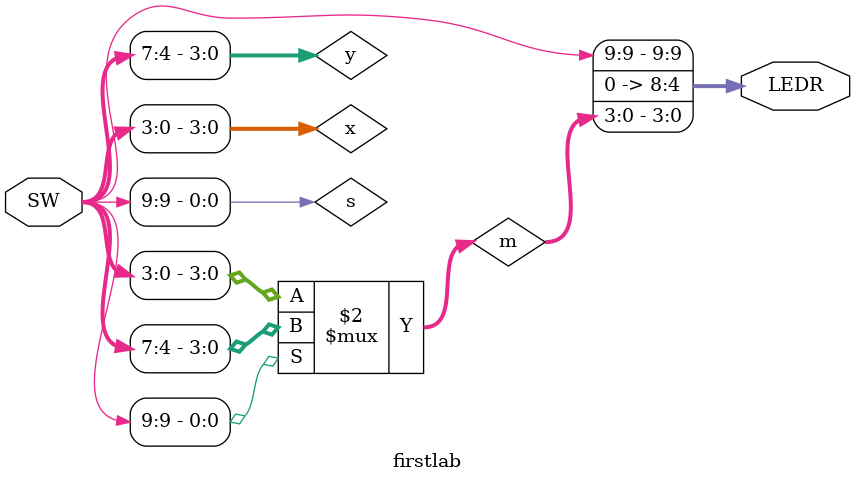
<source format=v>
module firstlab (SW, LEDR);
    input [9:0] SW; // Slide switches
    output [9:0] LEDR; // Red LEDs

    wire s; // Select signal
    wire [3:0] x; // Input X
    wire [3:0] y; // Input Y
    wire [3:0] m; // Output M

    // Assign signals
    assign s = SW[9];
    assign x = SW[3:0];
    assign y = SW[7:4];

    // Multiplexer logic using bitwise operations
    assign m = (s == 0) ? x : y;

    // Output assignments
    assign LEDR[9] = s;
    assign LEDR[3:0] = m;

    // Set unused LEDs to 0
    assign LEDR[8:4] = 5'b00000;
endmodule

</source>
